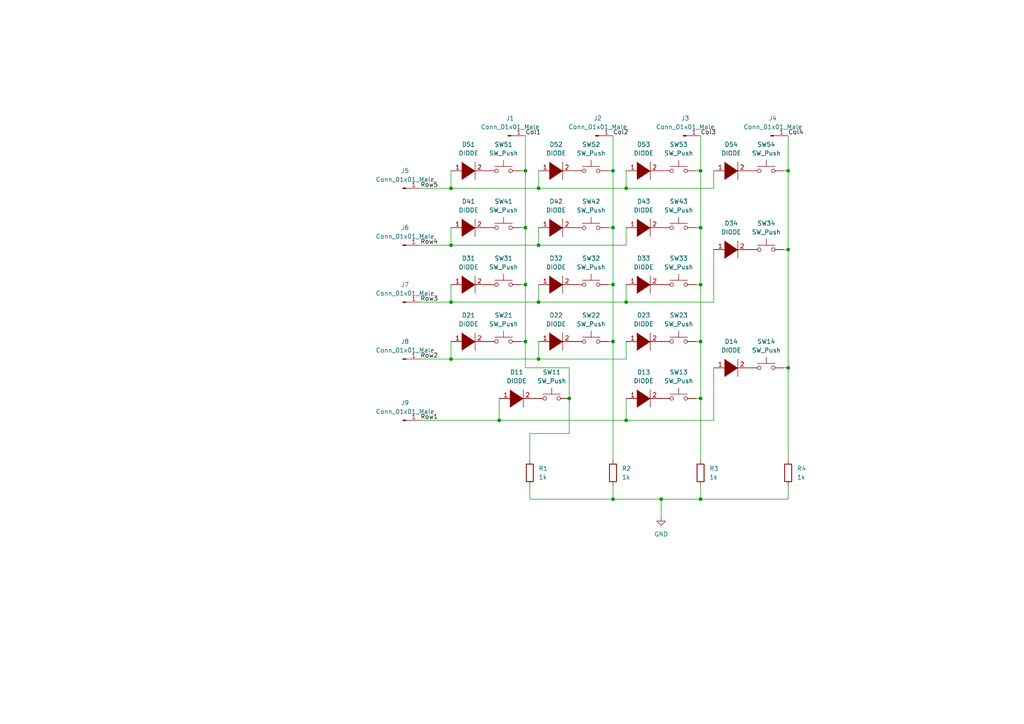
<source format=kicad_sch>
(kicad_sch (version 20211123) (generator eeschema)

  (uuid 1aba87f5-7751-4be0-b597-73a1c5598236)

  (paper "A4")

  (lib_symbols
    (symbol "Connector:Conn_01x01_Male" (pin_names (offset 1.016) hide) (in_bom yes) (on_board yes)
      (property "Reference" "J" (id 0) (at 0 2.54 0)
        (effects (font (size 1.27 1.27)))
      )
      (property "Value" "Conn_01x01_Male" (id 1) (at 0 -2.54 0)
        (effects (font (size 1.27 1.27)))
      )
      (property "Footprint" "" (id 2) (at 0 0 0)
        (effects (font (size 1.27 1.27)) hide)
      )
      (property "Datasheet" "~" (id 3) (at 0 0 0)
        (effects (font (size 1.27 1.27)) hide)
      )
      (property "ki_keywords" "connector" (id 4) (at 0 0 0)
        (effects (font (size 1.27 1.27)) hide)
      )
      (property "ki_description" "Generic connector, single row, 01x01, script generated (kicad-library-utils/schlib/autogen/connector/)" (id 5) (at 0 0 0)
        (effects (font (size 1.27 1.27)) hide)
      )
      (property "ki_fp_filters" "Connector*:*" (id 6) (at 0 0 0)
        (effects (font (size 1.27 1.27)) hide)
      )
      (symbol "Conn_01x01_Male_1_1"
        (polyline
          (pts
            (xy 1.27 0)
            (xy 0.8636 0)
          )
          (stroke (width 0.1524) (type default) (color 0 0 0 0))
          (fill (type none))
        )
        (rectangle (start 0.8636 0.127) (end 0 -0.127)
          (stroke (width 0.1524) (type default) (color 0 0 0 0))
          (fill (type outline))
        )
        (pin passive line (at 5.08 0 180) (length 3.81)
          (name "Pin_1" (effects (font (size 1.27 1.27))))
          (number "1" (effects (font (size 1.27 1.27))))
        )
      )
    )
    (symbol "Device:R" (pin_numbers hide) (pin_names (offset 0)) (in_bom yes) (on_board yes)
      (property "Reference" "R" (id 0) (at 2.032 0 90)
        (effects (font (size 1.27 1.27)))
      )
      (property "Value" "R" (id 1) (at 0 0 90)
        (effects (font (size 1.27 1.27)))
      )
      (property "Footprint" "" (id 2) (at -1.778 0 90)
        (effects (font (size 1.27 1.27)) hide)
      )
      (property "Datasheet" "~" (id 3) (at 0 0 0)
        (effects (font (size 1.27 1.27)) hide)
      )
      (property "ki_keywords" "R res resistor" (id 4) (at 0 0 0)
        (effects (font (size 1.27 1.27)) hide)
      )
      (property "ki_description" "Resistor" (id 5) (at 0 0 0)
        (effects (font (size 1.27 1.27)) hide)
      )
      (property "ki_fp_filters" "R_*" (id 6) (at 0 0 0)
        (effects (font (size 1.27 1.27)) hide)
      )
      (symbol "R_0_1"
        (rectangle (start -1.016 -2.54) (end 1.016 2.54)
          (stroke (width 0.254) (type default) (color 0 0 0 0))
          (fill (type none))
        )
      )
      (symbol "R_1_1"
        (pin passive line (at 0 3.81 270) (length 1.27)
          (name "~" (effects (font (size 1.27 1.27))))
          (number "1" (effects (font (size 1.27 1.27))))
        )
        (pin passive line (at 0 -3.81 90) (length 1.27)
          (name "~" (effects (font (size 1.27 1.27))))
          (number "2" (effects (font (size 1.27 1.27))))
        )
      )
    )
    (symbol "Switch:SW_Push" (pin_numbers hide) (pin_names (offset 1.016) hide) (in_bom yes) (on_board yes)
      (property "Reference" "SW" (id 0) (at 1.27 2.54 0)
        (effects (font (size 1.27 1.27)) (justify left))
      )
      (property "Value" "SW_Push" (id 1) (at 0 -1.524 0)
        (effects (font (size 1.27 1.27)))
      )
      (property "Footprint" "" (id 2) (at 0 5.08 0)
        (effects (font (size 1.27 1.27)) hide)
      )
      (property "Datasheet" "~" (id 3) (at 0 5.08 0)
        (effects (font (size 1.27 1.27)) hide)
      )
      (property "ki_keywords" "switch normally-open pushbutton push-button" (id 4) (at 0 0 0)
        (effects (font (size 1.27 1.27)) hide)
      )
      (property "ki_description" "Push button switch, generic, two pins" (id 5) (at 0 0 0)
        (effects (font (size 1.27 1.27)) hide)
      )
      (symbol "SW_Push_0_1"
        (circle (center -2.032 0) (radius 0.508)
          (stroke (width 0) (type default) (color 0 0 0 0))
          (fill (type none))
        )
        (polyline
          (pts
            (xy 0 1.27)
            (xy 0 3.048)
          )
          (stroke (width 0) (type default) (color 0 0 0 0))
          (fill (type none))
        )
        (polyline
          (pts
            (xy 2.54 1.27)
            (xy -2.54 1.27)
          )
          (stroke (width 0) (type default) (color 0 0 0 0))
          (fill (type none))
        )
        (circle (center 2.032 0) (radius 0.508)
          (stroke (width 0) (type default) (color 0 0 0 0))
          (fill (type none))
        )
        (pin passive line (at -5.08 0 0) (length 2.54)
          (name "1" (effects (font (size 1.27 1.27))))
          (number "1" (effects (font (size 1.27 1.27))))
        )
        (pin passive line (at 5.08 0 180) (length 2.54)
          (name "2" (effects (font (size 1.27 1.27))))
          (number "2" (effects (font (size 1.27 1.27))))
        )
      )
    )
    (symbol "power:GND" (power) (pin_names (offset 0)) (in_bom yes) (on_board yes)
      (property "Reference" "#PWR" (id 0) (at 0 -6.35 0)
        (effects (font (size 1.27 1.27)) hide)
      )
      (property "Value" "GND" (id 1) (at 0 -3.81 0)
        (effects (font (size 1.27 1.27)))
      )
      (property "Footprint" "" (id 2) (at 0 0 0)
        (effects (font (size 1.27 1.27)) hide)
      )
      (property "Datasheet" "" (id 3) (at 0 0 0)
        (effects (font (size 1.27 1.27)) hide)
      )
      (property "ki_keywords" "power-flag" (id 4) (at 0 0 0)
        (effects (font (size 1.27 1.27)) hide)
      )
      (property "ki_description" "Power symbol creates a global label with name \"GND\" , ground" (id 5) (at 0 0 0)
        (effects (font (size 1.27 1.27)) hide)
      )
      (symbol "GND_0_1"
        (polyline
          (pts
            (xy 0 0)
            (xy 0 -1.27)
            (xy 1.27 -1.27)
            (xy 0 -2.54)
            (xy -1.27 -1.27)
            (xy 0 -1.27)
          )
          (stroke (width 0) (type default) (color 0 0 0 0))
          (fill (type none))
        )
      )
      (symbol "GND_1_1"
        (pin power_in line (at 0 0 270) (length 0) hide
          (name "GND" (effects (font (size 1.27 1.27))))
          (number "1" (effects (font (size 1.27 1.27))))
        )
      )
    )
    (symbol "pspice:DIODE" (pin_names (offset 1.016) hide) (in_bom yes) (on_board yes)
      (property "Reference" "D" (id 0) (at 0 3.81 0)
        (effects (font (size 1.27 1.27)))
      )
      (property "Value" "DIODE" (id 1) (at 0 -4.445 0)
        (effects (font (size 1.27 1.27)))
      )
      (property "Footprint" "" (id 2) (at 0 0 0)
        (effects (font (size 1.27 1.27)) hide)
      )
      (property "Datasheet" "~" (id 3) (at 0 0 0)
        (effects (font (size 1.27 1.27)) hide)
      )
      (property "ki_keywords" "simulation" (id 4) (at 0 0 0)
        (effects (font (size 1.27 1.27)) hide)
      )
      (property "ki_description" "Diode symbol for simulation only. Pin order incompatible with official kicad footprints" (id 5) (at 0 0 0)
        (effects (font (size 1.27 1.27)) hide)
      )
      (symbol "DIODE_0_1"
        (polyline
          (pts
            (xy 1.905 2.54)
            (xy 1.905 -2.54)
          )
          (stroke (width 0) (type default) (color 0 0 0 0))
          (fill (type none))
        )
        (polyline
          (pts
            (xy -1.905 2.54)
            (xy -1.905 -2.54)
            (xy 1.905 0)
          )
          (stroke (width 0) (type default) (color 0 0 0 0))
          (fill (type outline))
        )
      )
      (symbol "DIODE_1_1"
        (pin input line (at -5.08 0 0) (length 3.81)
          (name "K" (effects (font (size 1.27 1.27))))
          (number "1" (effects (font (size 1.27 1.27))))
        )
        (pin input line (at 5.08 0 180) (length 3.81)
          (name "A" (effects (font (size 1.27 1.27))))
          (number "2" (effects (font (size 1.27 1.27))))
        )
      )
    )
  )

  (junction (at 203.2 144.78) (diameter 0) (color 0 0 0 0)
    (uuid 002cd87a-db24-4487-b6a4-fabb0d44e361)
  )
  (junction (at 144.78 121.92) (diameter 0) (color 0 0 0 0)
    (uuid 067ec9db-bf43-4eb8-806d-0085c691296d)
  )
  (junction (at 181.61 121.92) (diameter 0) (color 0 0 0 0)
    (uuid 18fe753d-17f4-4eb8-8cde-28f1112f93c3)
  )
  (junction (at 177.8 66.04) (diameter 0) (color 0 0 0 0)
    (uuid 2b498836-838b-4c57-8fb4-88dbab659fbd)
  )
  (junction (at 156.21 104.14) (diameter 0) (color 0 0 0 0)
    (uuid 3d604944-2fa2-499e-a15c-914721e0a62f)
  )
  (junction (at 181.61 54.61) (diameter 0) (color 0 0 0 0)
    (uuid 40c3605b-2ff8-4d05-9d96-928ce2ca1b3f)
  )
  (junction (at 130.81 104.14) (diameter 0) (color 0 0 0 0)
    (uuid 420a54be-bb22-4761-90c7-8e9261ec30d7)
  )
  (junction (at 152.4 66.04) (diameter 0) (color 0 0 0 0)
    (uuid 5e6c0a7b-f3af-477a-b7a7-d36743f48e5a)
  )
  (junction (at 130.81 87.63) (diameter 0) (color 0 0 0 0)
    (uuid 680a4773-1fca-44ad-9986-38683ca39c7e)
  )
  (junction (at 228.6 72.39) (diameter 0) (color 0 0 0 0)
    (uuid 6c066a84-5384-42d8-8d76-33e831dc2a4c)
  )
  (junction (at 181.61 87.63) (diameter 0) (color 0 0 0 0)
    (uuid 70599e6e-5a0c-4955-a68c-85bbc4d71a88)
  )
  (junction (at 228.6 106.68) (diameter 0) (color 0 0 0 0)
    (uuid 70917432-04a4-4e0f-bda7-915eb3e35926)
  )
  (junction (at 203.2 82.55) (diameter 0) (color 0 0 0 0)
    (uuid 716409f4-9b2e-428d-a70c-45f41e92e66e)
  )
  (junction (at 177.8 99.06) (diameter 0) (color 0 0 0 0)
    (uuid a0e5a418-73cd-4945-ae9b-0c7bad2c2258)
  )
  (junction (at 130.81 54.61) (diameter 0) (color 0 0 0 0)
    (uuid a1e51355-c9ba-43db-8bce-cd9e8a748949)
  )
  (junction (at 191.77 144.78) (diameter 0) (color 0 0 0 0)
    (uuid aacaaeac-0e76-4bb4-820a-6b154cf61f9c)
  )
  (junction (at 177.8 144.78) (diameter 0) (color 0 0 0 0)
    (uuid bd604e31-aa6d-4105-92b8-23c789c5ec27)
  )
  (junction (at 177.8 82.55) (diameter 0) (color 0 0 0 0)
    (uuid be74f07b-3358-4dd1-83f7-60dfd1d725fc)
  )
  (junction (at 203.2 49.53) (diameter 0) (color 0 0 0 0)
    (uuid c5f2e02c-de91-4419-9486-f1e13b942eec)
  )
  (junction (at 228.6 49.53) (diameter 0) (color 0 0 0 0)
    (uuid cae46804-a7be-4850-af77-48f233209af3)
  )
  (junction (at 203.2 99.06) (diameter 0) (color 0 0 0 0)
    (uuid ccdd1ad9-f8ed-4e12-9d9d-2178336d37c4)
  )
  (junction (at 130.81 71.12) (diameter 0) (color 0 0 0 0)
    (uuid d4e6978b-59b6-43a7-bde2-014f552bd4f4)
  )
  (junction (at 177.8 49.53) (diameter 0) (color 0 0 0 0)
    (uuid d75d51e4-89b2-421a-a18f-587863000468)
  )
  (junction (at 152.4 49.53) (diameter 0) (color 0 0 0 0)
    (uuid e0dd46fa-cf9f-4eff-90af-48157c741a32)
  )
  (junction (at 165.1 115.57) (diameter 0) (color 0 0 0 0)
    (uuid e27b047e-496d-469b-9a2c-3fc6acfb5d33)
  )
  (junction (at 156.21 54.61) (diameter 0) (color 0 0 0 0)
    (uuid e4a1cf3e-3995-4289-81f0-42a9231594dc)
  )
  (junction (at 156.21 87.63) (diameter 0) (color 0 0 0 0)
    (uuid e6e57c95-2186-4a84-a20e-d85d38e13c11)
  )
  (junction (at 152.4 99.06) (diameter 0) (color 0 0 0 0)
    (uuid e6fce3a6-9f03-4d55-8c9e-49e0b2c8aa29)
  )
  (junction (at 156.21 71.12) (diameter 0) (color 0 0 0 0)
    (uuid e8a1b6b5-8fa2-4e0b-9aaf-71dc4de0ed25)
  )
  (junction (at 203.2 115.57) (diameter 0) (color 0 0 0 0)
    (uuid ea622ccb-f4d8-4354-b1ac-d3d7890d1777)
  )
  (junction (at 152.4 82.55) (diameter 0) (color 0 0 0 0)
    (uuid eea74865-bbd1-4287-8764-8879309645d2)
  )
  (junction (at 203.2 66.04) (diameter 0) (color 0 0 0 0)
    (uuid f32ed063-51ec-462f-b2ce-ab6b02167126)
  )

  (wire (pts (xy 181.61 115.57) (xy 181.61 121.92))
    (stroke (width 0) (type default) (color 0 0 0 0))
    (uuid 0308e639-db73-47e7-9bac-f019ceb5bffe)
  )
  (wire (pts (xy 152.4 66.04) (xy 151.13 66.04))
    (stroke (width 0) (type default) (color 0 0 0 0))
    (uuid 05a86fb0-f592-4722-9154-bec453f70e1e)
  )
  (wire (pts (xy 152.4 66.04) (xy 152.4 82.55))
    (stroke (width 0) (type default) (color 0 0 0 0))
    (uuid 21cbf1d9-d4a2-4ea2-abf7-28230da1ac02)
  )
  (wire (pts (xy 177.8 99.06) (xy 177.8 133.35))
    (stroke (width 0) (type default) (color 0 0 0 0))
    (uuid 255a6427-97d4-4431-b2c6-3165dad47355)
  )
  (wire (pts (xy 181.61 54.61) (xy 207.01 54.61))
    (stroke (width 0) (type default) (color 0 0 0 0))
    (uuid 29db2b4c-863d-4c72-8423-c640fe9a9d53)
  )
  (wire (pts (xy 130.81 66.04) (xy 130.81 71.12))
    (stroke (width 0) (type default) (color 0 0 0 0))
    (uuid 2b1c15e9-95fe-4d2c-90dd-5e5fbe199464)
  )
  (wire (pts (xy 152.4 49.53) (xy 152.4 66.04))
    (stroke (width 0) (type default) (color 0 0 0 0))
    (uuid 2b70044c-8308-465b-a2cd-378dca8bb936)
  )
  (wire (pts (xy 201.93 99.06) (xy 203.2 99.06))
    (stroke (width 0) (type default) (color 0 0 0 0))
    (uuid 2c779180-f4c6-418c-85df-e58557aaa7bb)
  )
  (wire (pts (xy 165.1 106.68) (xy 152.4 106.68))
    (stroke (width 0) (type default) (color 0 0 0 0))
    (uuid 2f1120e8-81d2-4dc5-a249-e388314f8ee4)
  )
  (wire (pts (xy 156.21 87.63) (xy 181.61 87.63))
    (stroke (width 0) (type default) (color 0 0 0 0))
    (uuid 2f57a33d-f2e5-4897-8809-12d0f61dbae9)
  )
  (wire (pts (xy 228.6 106.68) (xy 228.6 133.35))
    (stroke (width 0) (type default) (color 0 0 0 0))
    (uuid 31989d66-1fcb-40c2-800f-b52644c389f5)
  )
  (wire (pts (xy 156.21 54.61) (xy 181.61 54.61))
    (stroke (width 0) (type default) (color 0 0 0 0))
    (uuid 338e9431-ae1c-40e8-bc0d-b96643b0cec0)
  )
  (wire (pts (xy 191.77 144.78) (xy 191.77 149.86))
    (stroke (width 0) (type default) (color 0 0 0 0))
    (uuid 367dfda8-7353-4f60-8f94-a19ca3b34912)
  )
  (wire (pts (xy 203.2 82.55) (xy 203.2 99.06))
    (stroke (width 0) (type default) (color 0 0 0 0))
    (uuid 3c6c9bd8-0ffe-4cd6-be82-629e40dd418f)
  )
  (wire (pts (xy 228.6 39.37) (xy 228.6 49.53))
    (stroke (width 0) (type default) (color 0 0 0 0))
    (uuid 4124589f-8de4-401b-a74a-6dcafad625bd)
  )
  (wire (pts (xy 153.67 140.97) (xy 153.67 144.78))
    (stroke (width 0) (type default) (color 0 0 0 0))
    (uuid 42db96a7-7cc4-4667-a6f3-4bd31d726afc)
  )
  (wire (pts (xy 121.92 71.12) (xy 130.81 71.12))
    (stroke (width 0) (type default) (color 0 0 0 0))
    (uuid 48736c97-4707-427f-9e3b-b3aa2fdae528)
  )
  (wire (pts (xy 144.78 121.92) (xy 181.61 121.92))
    (stroke (width 0) (type default) (color 0 0 0 0))
    (uuid 4af7fdfc-30e3-4a0f-b8db-174c13cd194f)
  )
  (wire (pts (xy 227.33 72.39) (xy 228.6 72.39))
    (stroke (width 0) (type default) (color 0 0 0 0))
    (uuid 51cc1f5a-3ea3-4936-a394-a0d06ff3bcd6)
  )
  (wire (pts (xy 228.6 144.78) (xy 228.6 140.97))
    (stroke (width 0) (type default) (color 0 0 0 0))
    (uuid 522e2406-87df-431d-90d7-ef3cd6cfd906)
  )
  (wire (pts (xy 181.61 49.53) (xy 181.61 54.61))
    (stroke (width 0) (type default) (color 0 0 0 0))
    (uuid 539ca6a9-f8db-4ee1-ba1a-9accefa018c3)
  )
  (wire (pts (xy 152.4 49.53) (xy 151.13 49.53))
    (stroke (width 0) (type default) (color 0 0 0 0))
    (uuid 56f5d986-f5ed-4f8d-8de4-fc9d2e3c0f67)
  )
  (wire (pts (xy 227.33 49.53) (xy 228.6 49.53))
    (stroke (width 0) (type default) (color 0 0 0 0))
    (uuid 57bc0197-6770-48a9-9b9d-9887ac8665df)
  )
  (wire (pts (xy 152.4 82.55) (xy 152.4 99.06))
    (stroke (width 0) (type default) (color 0 0 0 0))
    (uuid 57d025e7-6654-45b4-ae2e-90a226f28787)
  )
  (wire (pts (xy 203.2 140.97) (xy 203.2 144.78))
    (stroke (width 0) (type default) (color 0 0 0 0))
    (uuid 588ba162-98c9-49ed-9f4e-c89c78d11642)
  )
  (wire (pts (xy 152.4 82.55) (xy 151.13 82.55))
    (stroke (width 0) (type default) (color 0 0 0 0))
    (uuid 5af768c9-577a-43b1-ba3c-4fdd05085684)
  )
  (wire (pts (xy 227.33 106.68) (xy 228.6 106.68))
    (stroke (width 0) (type default) (color 0 0 0 0))
    (uuid 5f0a90c5-46fd-4a32-8365-ac8dfda47ec5)
  )
  (wire (pts (xy 203.2 39.37) (xy 203.2 49.53))
    (stroke (width 0) (type default) (color 0 0 0 0))
    (uuid 6285acbf-261e-45ee-820f-5235dc81a159)
  )
  (wire (pts (xy 201.93 49.53) (xy 203.2 49.53))
    (stroke (width 0) (type default) (color 0 0 0 0))
    (uuid 6a60f002-17a2-4dc2-8d73-2e7a1ade36dc)
  )
  (wire (pts (xy 130.81 82.55) (xy 130.81 87.63))
    (stroke (width 0) (type default) (color 0 0 0 0))
    (uuid 6ab83ef8-1c47-4fb9-96b4-3cfefa3bf5c1)
  )
  (wire (pts (xy 181.61 82.55) (xy 181.61 87.63))
    (stroke (width 0) (type default) (color 0 0 0 0))
    (uuid 72a899e7-cf78-4275-b6eb-26ca342d2479)
  )
  (wire (pts (xy 121.92 121.92) (xy 144.78 121.92))
    (stroke (width 0) (type default) (color 0 0 0 0))
    (uuid 736e663d-56f3-4374-8165-76507177077d)
  )
  (wire (pts (xy 121.92 87.63) (xy 130.81 87.63))
    (stroke (width 0) (type default) (color 0 0 0 0))
    (uuid 74c55023-f54c-499d-bfc6-5f2c628b7b42)
  )
  (wire (pts (xy 153.67 144.78) (xy 177.8 144.78))
    (stroke (width 0) (type default) (color 0 0 0 0))
    (uuid 775e2ad6-8aa5-46db-8f28-7787a94fded4)
  )
  (wire (pts (xy 177.8 140.97) (xy 177.8 144.78))
    (stroke (width 0) (type default) (color 0 0 0 0))
    (uuid 79b8a3ea-b143-4d41-beb6-54255f757662)
  )
  (wire (pts (xy 130.81 104.14) (xy 156.21 104.14))
    (stroke (width 0) (type default) (color 0 0 0 0))
    (uuid 7b7a776c-fd74-48f1-b9e2-fef859ce1f98)
  )
  (wire (pts (xy 207.01 49.53) (xy 207.01 54.61))
    (stroke (width 0) (type default) (color 0 0 0 0))
    (uuid 84e54ea9-cf87-4af7-8eac-fd100d514d1f)
  )
  (wire (pts (xy 156.21 66.04) (xy 156.21 71.12))
    (stroke (width 0) (type default) (color 0 0 0 0))
    (uuid 8502cf79-3afc-4962-9ba0-6dddf5d24553)
  )
  (wire (pts (xy 152.4 39.37) (xy 152.4 49.53))
    (stroke (width 0) (type default) (color 0 0 0 0))
    (uuid 87676b1f-b959-4c14-a3de-65a47b867ce9)
  )
  (wire (pts (xy 177.8 39.37) (xy 177.8 49.53))
    (stroke (width 0) (type default) (color 0 0 0 0))
    (uuid 8e3c6af0-cc8c-4a7a-b216-d22129df5540)
  )
  (wire (pts (xy 165.1 115.57) (xy 165.1 106.68))
    (stroke (width 0) (type default) (color 0 0 0 0))
    (uuid 908ad651-92be-4dd9-95a1-16dc800e4ac8)
  )
  (wire (pts (xy 201.93 66.04) (xy 203.2 66.04))
    (stroke (width 0) (type default) (color 0 0 0 0))
    (uuid 955f9a1a-fba5-4c96-ae49-d749b1106d26)
  )
  (wire (pts (xy 130.81 54.61) (xy 156.21 54.61))
    (stroke (width 0) (type default) (color 0 0 0 0))
    (uuid 97040fff-3461-4023-97f2-43244f49c4e9)
  )
  (wire (pts (xy 130.81 49.53) (xy 130.81 54.61))
    (stroke (width 0) (type default) (color 0 0 0 0))
    (uuid 98cc9bb7-a6bb-4cad-bced-cd34a966891d)
  )
  (wire (pts (xy 156.21 71.12) (xy 181.61 71.12))
    (stroke (width 0) (type default) (color 0 0 0 0))
    (uuid 9af6351c-8f73-4aae-b4fb-f81476b0df83)
  )
  (wire (pts (xy 176.53 49.53) (xy 177.8 49.53))
    (stroke (width 0) (type default) (color 0 0 0 0))
    (uuid 9b3939b7-5b43-4a45-9626-4ce10ad4fac1)
  )
  (wire (pts (xy 153.67 125.73) (xy 153.67 133.35))
    (stroke (width 0) (type default) (color 0 0 0 0))
    (uuid a059908a-eceb-4561-b584-9bd3a52fd4cc)
  )
  (wire (pts (xy 228.6 49.53) (xy 228.6 72.39))
    (stroke (width 0) (type default) (color 0 0 0 0))
    (uuid a4ff33a2-e66f-42d0-a068-52d58e556b91)
  )
  (wire (pts (xy 181.61 87.63) (xy 207.01 87.63))
    (stroke (width 0) (type default) (color 0 0 0 0))
    (uuid a6fcf20c-1445-49b1-b5cb-f12827a4430d)
  )
  (wire (pts (xy 177.8 49.53) (xy 177.8 66.04))
    (stroke (width 0) (type default) (color 0 0 0 0))
    (uuid a901c2d1-4b1b-4600-bbee-3dd1ce03c9d8)
  )
  (wire (pts (xy 156.21 104.14) (xy 181.61 104.14))
    (stroke (width 0) (type default) (color 0 0 0 0))
    (uuid aa298bf7-69f4-4fad-8bcc-08b418c2c8a9)
  )
  (wire (pts (xy 152.4 99.06) (xy 151.13 99.06))
    (stroke (width 0) (type default) (color 0 0 0 0))
    (uuid aa32cf33-4860-494b-9963-41bfc7161551)
  )
  (wire (pts (xy 177.8 66.04) (xy 177.8 82.55))
    (stroke (width 0) (type default) (color 0 0 0 0))
    (uuid ad012a82-5631-4e51-b1ca-a1721624707a)
  )
  (wire (pts (xy 165.1 115.57) (xy 165.1 125.73))
    (stroke (width 0) (type default) (color 0 0 0 0))
    (uuid af8f851a-5e79-40b3-b0d8-9156270765e3)
  )
  (wire (pts (xy 207.01 106.68) (xy 207.01 121.92))
    (stroke (width 0) (type default) (color 0 0 0 0))
    (uuid b57ec0c9-95c4-4650-8d3e-1907bbf58e99)
  )
  (wire (pts (xy 130.81 87.63) (xy 156.21 87.63))
    (stroke (width 0) (type default) (color 0 0 0 0))
    (uuid b645df3e-0b91-45b1-ac10-f994c921d89a)
  )
  (wire (pts (xy 203.2 144.78) (xy 228.6 144.78))
    (stroke (width 0) (type default) (color 0 0 0 0))
    (uuid b788d5bb-ce30-4017-a122-443687913e47)
  )
  (wire (pts (xy 130.81 99.06) (xy 130.81 104.14))
    (stroke (width 0) (type default) (color 0 0 0 0))
    (uuid b843bfac-d45d-41ca-9ba2-42fdb3bb0a72)
  )
  (wire (pts (xy 228.6 72.39) (xy 228.6 106.68))
    (stroke (width 0) (type default) (color 0 0 0 0))
    (uuid b8774486-c072-4430-a992-9262e4742a46)
  )
  (wire (pts (xy 156.21 49.53) (xy 156.21 54.61))
    (stroke (width 0) (type default) (color 0 0 0 0))
    (uuid b882c3b8-32d7-4ac3-a40a-8efaa46e4b01)
  )
  (wire (pts (xy 181.61 99.06) (xy 181.61 104.14))
    (stroke (width 0) (type default) (color 0 0 0 0))
    (uuid b91261c9-ce89-4db2-82d0-b5e91ec6d31e)
  )
  (wire (pts (xy 176.53 66.04) (xy 177.8 66.04))
    (stroke (width 0) (type default) (color 0 0 0 0))
    (uuid ba85a3d9-9aac-424e-ad40-1f63df9a095b)
  )
  (wire (pts (xy 203.2 115.57) (xy 203.2 133.35))
    (stroke (width 0) (type default) (color 0 0 0 0))
    (uuid bdc3df5b-23a5-49b3-9f09-a01309bb1548)
  )
  (wire (pts (xy 130.81 71.12) (xy 156.21 71.12))
    (stroke (width 0) (type default) (color 0 0 0 0))
    (uuid c8e62e1c-a0df-479f-abc4-c4e23cd95100)
  )
  (wire (pts (xy 121.92 54.61) (xy 130.81 54.61))
    (stroke (width 0) (type default) (color 0 0 0 0))
    (uuid cfbcd89e-64a0-4d0d-a3a3-c45cf2ae1dc5)
  )
  (wire (pts (xy 203.2 66.04) (xy 203.2 82.55))
    (stroke (width 0) (type default) (color 0 0 0 0))
    (uuid d090fa1c-9005-4897-98ea-cab5c8b7c05a)
  )
  (wire (pts (xy 201.93 82.55) (xy 203.2 82.55))
    (stroke (width 0) (type default) (color 0 0 0 0))
    (uuid d0bbf3cd-81d2-4e7f-9be0-ecc5d4858e9c)
  )
  (wire (pts (xy 176.53 99.06) (xy 177.8 99.06))
    (stroke (width 0) (type default) (color 0 0 0 0))
    (uuid d18cd381-2bd9-4f71-8728-ebd77229a3a4)
  )
  (wire (pts (xy 191.77 144.78) (xy 203.2 144.78))
    (stroke (width 0) (type default) (color 0 0 0 0))
    (uuid d2b357ee-81a8-4350-a898-e76601a322b8)
  )
  (wire (pts (xy 203.2 49.53) (xy 203.2 66.04))
    (stroke (width 0) (type default) (color 0 0 0 0))
    (uuid d566dce0-70a4-4a14-ad1e-8ebe60f424e5)
  )
  (wire (pts (xy 181.61 66.04) (xy 181.61 71.12))
    (stroke (width 0) (type default) (color 0 0 0 0))
    (uuid d5ba8670-360c-4bd2-91e1-88f435fca9e6)
  )
  (wire (pts (xy 177.8 144.78) (xy 191.77 144.78))
    (stroke (width 0) (type default) (color 0 0 0 0))
    (uuid d66544de-72c3-4934-a062-9a32ab29260d)
  )
  (wire (pts (xy 207.01 72.39) (xy 207.01 87.63))
    (stroke (width 0) (type default) (color 0 0 0 0))
    (uuid dbb988df-259f-4b9b-a2bb-f095b2031708)
  )
  (wire (pts (xy 165.1 125.73) (xy 153.67 125.73))
    (stroke (width 0) (type default) (color 0 0 0 0))
    (uuid decd55e0-4091-4cdc-a117-90cc3e6fc676)
  )
  (wire (pts (xy 201.93 115.57) (xy 203.2 115.57))
    (stroke (width 0) (type default) (color 0 0 0 0))
    (uuid e076ba63-d3f8-4009-aa46-bf1f84f4a09c)
  )
  (wire (pts (xy 144.78 115.57) (xy 144.78 121.92))
    (stroke (width 0) (type default) (color 0 0 0 0))
    (uuid e958a866-a942-40a8-bb2f-4b91661843e4)
  )
  (wire (pts (xy 181.61 121.92) (xy 207.01 121.92))
    (stroke (width 0) (type default) (color 0 0 0 0))
    (uuid ed937379-5ff2-4204-940a-b0a2b0fb587b)
  )
  (wire (pts (xy 156.21 82.55) (xy 156.21 87.63))
    (stroke (width 0) (type default) (color 0 0 0 0))
    (uuid edde5b06-8b18-48a9-8c2b-0ec3b1a075be)
  )
  (wire (pts (xy 177.8 82.55) (xy 177.8 99.06))
    (stroke (width 0) (type default) (color 0 0 0 0))
    (uuid ee9deb53-b5a7-4965-ac84-7f844184f892)
  )
  (wire (pts (xy 176.53 82.55) (xy 177.8 82.55))
    (stroke (width 0) (type default) (color 0 0 0 0))
    (uuid ef5f20f1-d982-4a63-8f20-77c24c4a4d2d)
  )
  (wire (pts (xy 203.2 99.06) (xy 203.2 115.57))
    (stroke (width 0) (type default) (color 0 0 0 0))
    (uuid f1ca81d9-ea63-4210-b299-a6c2a11c69c6)
  )
  (wire (pts (xy 121.92 104.14) (xy 130.81 104.14))
    (stroke (width 0) (type default) (color 0 0 0 0))
    (uuid f25f7238-423e-40f8-ae4d-0540b15463c3)
  )
  (wire (pts (xy 152.4 106.68) (xy 152.4 99.06))
    (stroke (width 0) (type default) (color 0 0 0 0))
    (uuid f26a0262-00f5-42d8-9adc-db91ebc915c7)
  )
  (wire (pts (xy 156.21 99.06) (xy 156.21 104.14))
    (stroke (width 0) (type default) (color 0 0 0 0))
    (uuid ffc1d8d5-ed92-48d5-b931-4a5e67210e05)
  )

  (label "Row2" (at 121.92 104.14 0)
    (effects (font (size 1.27 1.27)) (justify left bottom))
    (uuid 0d38ea82-9f28-444d-868b-48f66ff7dc10)
  )
  (label "Col3" (at 203.2 39.37 0)
    (effects (font (size 1.27 1.27)) (justify left bottom))
    (uuid 5daabd2e-cbca-4815-88da-6bd7723d52a7)
  )
  (label "Row3" (at 121.92 87.63 0)
    (effects (font (size 1.27 1.27)) (justify left bottom))
    (uuid 6488f31c-aced-4e3e-b37f-a051d57228a8)
  )
  (label "Row4" (at 121.92 71.12 0)
    (effects (font (size 1.27 1.27)) (justify left bottom))
    (uuid 7083624f-d338-4bf8-bda1-0a0dea78f414)
  )
  (label "Col1" (at 152.4 39.37 0)
    (effects (font (size 1.27 1.27)) (justify left bottom))
    (uuid a7daf142-df57-4fc8-bcf3-caeb13771d10)
  )
  (label "Col4" (at 228.6 39.37 0)
    (effects (font (size 1.27 1.27)) (justify left bottom))
    (uuid c3a4ef5e-265f-4b8b-b8db-7a1cd2f4fb07)
  )
  (label "Row5" (at 121.92 54.61 0)
    (effects (font (size 1.27 1.27)) (justify left bottom))
    (uuid c704b753-cead-4721-9e89-25ef13409c40)
  )
  (label "Row1" (at 121.92 121.92 0)
    (effects (font (size 1.27 1.27)) (justify left bottom))
    (uuid c92935fb-7eee-4a5a-87b4-1c1a10fbdec9)
  )
  (label "Col2" (at 177.8 39.37 0)
    (effects (font (size 1.27 1.27)) (justify left bottom))
    (uuid e00f86bc-86cf-4cbc-9e35-cb0fcfa2897b)
  )

  (symbol (lib_id "Connector:Conn_01x01_Male") (at 116.84 87.63 0) (unit 1)
    (in_bom yes) (on_board yes) (fields_autoplaced)
    (uuid 01a19697-1787-44f1-b107-b6569570ef96)
    (property "Reference" "J7" (id 0) (at 117.475 82.55 0))
    (property "Value" "" (id 1) (at 117.475 85.09 0))
    (property "Footprint" "" (id 2) (at 116.84 87.63 0)
      (effects (font (size 1.27 1.27)) hide)
    )
    (property "Datasheet" "~" (id 3) (at 116.84 87.63 0)
      (effects (font (size 1.27 1.27)) hide)
    )
    (pin "1" (uuid 57d94033-126d-420d-8b3a-9b7fbf7eeca1))
  )

  (symbol (lib_id "Switch:SW_Push") (at 171.45 66.04 0) (mirror y) (unit 1)
    (in_bom yes) (on_board yes) (fields_autoplaced)
    (uuid 05dc74ad-d264-4763-bf5f-934d030cafa2)
    (property "Reference" "SW42" (id 0) (at 171.45 58.42 0))
    (property "Value" "SW_Push" (id 1) (at 171.45 60.96 0))
    (property "Footprint" "Button_Switch_Keyboard:SW_Cherry_MX_1.00u_PCB" (id 2) (at 171.45 60.96 0)
      (effects (font (size 1.27 1.27)) hide)
    )
    (property "Datasheet" "~" (id 3) (at 171.45 60.96 0)
      (effects (font (size 1.27 1.27)) hide)
    )
    (pin "1" (uuid 878d95d0-375a-4e67-b5bb-cb0cea2baaf4))
    (pin "2" (uuid 7ba0dd6d-c479-4dfc-8250-65572cde8b1f))
  )

  (symbol (lib_id "Switch:SW_Push") (at 196.85 99.06 0) (mirror y) (unit 1)
    (in_bom yes) (on_board yes) (fields_autoplaced)
    (uuid 13ccfd87-f7ed-4d7e-94a5-896d2589ffb8)
    (property "Reference" "SW23" (id 0) (at 196.85 91.44 0))
    (property "Value" "SW_Push" (id 1) (at 196.85 93.98 0))
    (property "Footprint" "Button_Switch_Keyboard:SW_Cherry_MX_1.00u_PCB" (id 2) (at 196.85 93.98 0)
      (effects (font (size 1.27 1.27)) hide)
    )
    (property "Datasheet" "~" (id 3) (at 196.85 93.98 0)
      (effects (font (size 1.27 1.27)) hide)
    )
    (pin "1" (uuid 6a5f9612-23cc-4011-85cb-876de6f12eed))
    (pin "2" (uuid 12be23f9-f502-46ea-bc49-83f436aa7da4))
  )

  (symbol (lib_id "pspice:DIODE") (at 135.89 66.04 0) (unit 1)
    (in_bom yes) (on_board yes) (fields_autoplaced)
    (uuid 171921ed-ad7b-4d9d-8199-bb91794e4fb5)
    (property "Reference" "D41" (id 0) (at 135.89 58.42 0))
    (property "Value" "DIODE" (id 1) (at 135.89 60.96 0))
    (property "Footprint" "Diode_THT:D_DO-35_SOD27_P7.62mm_Horizontal" (id 2) (at 135.89 66.04 0)
      (effects (font (size 1.27 1.27)) hide)
    )
    (property "Datasheet" "~" (id 3) (at 135.89 66.04 0)
      (effects (font (size 1.27 1.27)) hide)
    )
    (pin "1" (uuid 6a41c9b2-6b33-492f-aca4-31983a85e71b))
    (pin "2" (uuid cb62da1b-bdbe-4b19-a0a0-f71a467da135))
  )

  (symbol (lib_id "Connector:Conn_01x01_Male") (at 147.32 39.37 0) (unit 1)
    (in_bom yes) (on_board yes) (fields_autoplaced)
    (uuid 27c35e8b-315a-496f-813b-9dd8fc243144)
    (property "Reference" "J1" (id 0) (at 147.955 34.29 0))
    (property "Value" "" (id 1) (at 147.955 36.83 0))
    (property "Footprint" "" (id 2) (at 147.32 39.37 0)
      (effects (font (size 1.27 1.27)) hide)
    )
    (property "Datasheet" "~" (id 3) (at 147.32 39.37 0)
      (effects (font (size 1.27 1.27)) hide)
    )
    (pin "1" (uuid be40a792-1fff-4ce1-a6d8-41730132bad4))
  )

  (symbol (lib_id "Switch:SW_Push") (at 146.05 82.55 0) (mirror y) (unit 1)
    (in_bom yes) (on_board yes) (fields_autoplaced)
    (uuid 283b5ed6-b588-494f-9961-431e81f6c4fb)
    (property "Reference" "SW31" (id 0) (at 146.05 74.93 0))
    (property "Value" "SW_Push" (id 1) (at 146.05 77.47 0))
    (property "Footprint" "Button_Switch_Keyboard:SW_Cherry_MX_1.00u_PCB" (id 2) (at 146.05 77.47 0)
      (effects (font (size 1.27 1.27)) hide)
    )
    (property "Datasheet" "~" (id 3) (at 146.05 77.47 0)
      (effects (font (size 1.27 1.27)) hide)
    )
    (pin "1" (uuid 577ed8de-735e-4326-b50f-58f25b49a902))
    (pin "2" (uuid efc1ddc2-d456-4f0e-81e7-4ff051ea18c8))
  )

  (symbol (lib_id "Connector:Conn_01x01_Male") (at 116.84 104.14 0) (unit 1)
    (in_bom yes) (on_board yes) (fields_autoplaced)
    (uuid 2b8e8967-c886-474d-bdd5-e60203fe6e09)
    (property "Reference" "J8" (id 0) (at 117.475 99.06 0))
    (property "Value" "" (id 1) (at 117.475 101.6 0))
    (property "Footprint" "" (id 2) (at 116.84 104.14 0)
      (effects (font (size 1.27 1.27)) hide)
    )
    (property "Datasheet" "~" (id 3) (at 116.84 104.14 0)
      (effects (font (size 1.27 1.27)) hide)
    )
    (pin "1" (uuid 0087a083-865d-47a7-9b9a-20a5492d4fe3))
  )

  (symbol (lib_id "Connector:Conn_01x01_Male") (at 116.84 71.12 0) (unit 1)
    (in_bom yes) (on_board yes) (fields_autoplaced)
    (uuid 320afdcf-cb56-4ee6-a130-f010d18e4329)
    (property "Reference" "J6" (id 0) (at 117.475 66.04 0))
    (property "Value" "" (id 1) (at 117.475 68.58 0))
    (property "Footprint" "" (id 2) (at 116.84 71.12 0)
      (effects (font (size 1.27 1.27)) hide)
    )
    (property "Datasheet" "~" (id 3) (at 116.84 71.12 0)
      (effects (font (size 1.27 1.27)) hide)
    )
    (pin "1" (uuid cf4e8e3a-d27f-4432-a03f-eb71f8da5a95))
  )

  (symbol (lib_id "Connector:Conn_01x01_Male") (at 116.84 121.92 0) (unit 1)
    (in_bom yes) (on_board yes) (fields_autoplaced)
    (uuid 34d59cc1-3439-4843-a10a-71c13bc21267)
    (property "Reference" "J9" (id 0) (at 117.475 116.84 0))
    (property "Value" "" (id 1) (at 117.475 119.38 0))
    (property "Footprint" "" (id 2) (at 116.84 121.92 0)
      (effects (font (size 1.27 1.27)) hide)
    )
    (property "Datasheet" "~" (id 3) (at 116.84 121.92 0)
      (effects (font (size 1.27 1.27)) hide)
    )
    (pin "1" (uuid 8323d0bb-3091-4ce1-b1d7-48be36efc425))
  )

  (symbol (lib_id "Switch:SW_Push") (at 196.85 115.57 0) (mirror y) (unit 1)
    (in_bom yes) (on_board yes) (fields_autoplaced)
    (uuid 35720e5c-34d6-4078-8a88-e81395adb820)
    (property "Reference" "SW13" (id 0) (at 196.85 107.95 0))
    (property "Value" "SW_Push" (id 1) (at 196.85 110.49 0))
    (property "Footprint" "Button_Switch_Keyboard:SW_Cherry_MX_1.00u_PCB" (id 2) (at 196.85 110.49 0)
      (effects (font (size 1.27 1.27)) hide)
    )
    (property "Datasheet" "~" (id 3) (at 196.85 110.49 0)
      (effects (font (size 1.27 1.27)) hide)
    )
    (pin "1" (uuid e8ff72e8-701d-4ef6-b596-ff6c37c08ea7))
    (pin "2" (uuid ed0b6874-b5a3-4f8f-bc02-64abddbab240))
  )

  (symbol (lib_id "Switch:SW_Push") (at 146.05 99.06 0) (mirror y) (unit 1)
    (in_bom yes) (on_board yes) (fields_autoplaced)
    (uuid 35d59ca8-1db9-45af-9492-c27c2acb7967)
    (property "Reference" "SW21" (id 0) (at 146.05 91.44 0))
    (property "Value" "SW_Push" (id 1) (at 146.05 93.98 0))
    (property "Footprint" "Button_Switch_Keyboard:SW_Cherry_MX_1.00u_PCB" (id 2) (at 146.05 93.98 0)
      (effects (font (size 1.27 1.27)) hide)
    )
    (property "Datasheet" "~" (id 3) (at 146.05 93.98 0)
      (effects (font (size 1.27 1.27)) hide)
    )
    (pin "1" (uuid ed627b00-fb84-4b7a-9d01-9badac161dc1))
    (pin "2" (uuid efe4c8d9-cfce-4ffc-8c0e-d9d1180438e0))
  )

  (symbol (lib_id "Switch:SW_Push") (at 171.45 99.06 0) (mirror y) (unit 1)
    (in_bom yes) (on_board yes) (fields_autoplaced)
    (uuid 3695fcbb-06f6-4ce7-a9d7-a47e3f047ac1)
    (property "Reference" "SW22" (id 0) (at 171.45 91.44 0))
    (property "Value" "SW_Push" (id 1) (at 171.45 93.98 0))
    (property "Footprint" "Button_Switch_Keyboard:SW_Cherry_MX_1.00u_PCB" (id 2) (at 171.45 93.98 0)
      (effects (font (size 1.27 1.27)) hide)
    )
    (property "Datasheet" "~" (id 3) (at 171.45 93.98 0)
      (effects (font (size 1.27 1.27)) hide)
    )
    (pin "1" (uuid b944130c-d721-418f-87d4-7aa64d1369d6))
    (pin "2" (uuid e10f253c-6bd0-435b-8ed9-fce7c2d34157))
  )

  (symbol (lib_id "Switch:SW_Push") (at 222.25 106.68 0) (mirror y) (unit 1)
    (in_bom yes) (on_board yes) (fields_autoplaced)
    (uuid 3f0f8826-aec2-4685-96e5-0413a26418ec)
    (property "Reference" "SW14" (id 0) (at 222.25 99.06 0))
    (property "Value" "SW_Push" (id 1) (at 222.25 101.6 0))
    (property "Footprint" "Button_Switch_Keyboard:SW_Cherry_MX_2.00u_Vertical_PCB" (id 2) (at 222.25 101.6 0)
      (effects (font (size 1.27 1.27)) hide)
    )
    (property "Datasheet" "~" (id 3) (at 222.25 101.6 0)
      (effects (font (size 1.27 1.27)) hide)
    )
    (pin "1" (uuid e26cb2ae-8c81-445f-a9c2-b6ed4f4364e9))
    (pin "2" (uuid c965951f-46ff-4d86-a71d-d88092c82be7))
  )

  (symbol (lib_id "Connector:Conn_01x01_Male") (at 116.84 54.61 0) (unit 1)
    (in_bom yes) (on_board yes) (fields_autoplaced)
    (uuid 3ffcbe33-f759-4920-bf46-86d583eff0ef)
    (property "Reference" "J5" (id 0) (at 117.475 49.53 0))
    (property "Value" "" (id 1) (at 117.475 52.07 0))
    (property "Footprint" "" (id 2) (at 116.84 54.61 0)
      (effects (font (size 1.27 1.27)) hide)
    )
    (property "Datasheet" "~" (id 3) (at 116.84 54.61 0)
      (effects (font (size 1.27 1.27)) hide)
    )
    (pin "1" (uuid a37c9300-3a10-4119-b330-5cdac9091091))
  )

  (symbol (lib_id "pspice:DIODE") (at 135.89 82.55 0) (unit 1)
    (in_bom yes) (on_board yes) (fields_autoplaced)
    (uuid 4c22d894-b4e9-4d31-a73a-d84c8e314114)
    (property "Reference" "D31" (id 0) (at 135.89 74.93 0))
    (property "Value" "DIODE" (id 1) (at 135.89 77.47 0))
    (property "Footprint" "Diode_THT:D_DO-35_SOD27_P7.62mm_Horizontal" (id 2) (at 135.89 82.55 0)
      (effects (font (size 1.27 1.27)) hide)
    )
    (property "Datasheet" "~" (id 3) (at 135.89 82.55 0)
      (effects (font (size 1.27 1.27)) hide)
    )
    (pin "1" (uuid c180cbd8-15ea-4890-a5c6-29a3abfc79a8))
    (pin "2" (uuid ae9d4635-5d3a-47fd-aa92-680681c2dd5b))
  )

  (symbol (lib_id "Connector:Conn_01x01_Male") (at 172.72 39.37 0) (unit 1)
    (in_bom yes) (on_board yes) (fields_autoplaced)
    (uuid 51c712eb-6513-4a0f-8db4-ad2acb415d80)
    (property "Reference" "J2" (id 0) (at 173.355 34.29 0))
    (property "Value" "" (id 1) (at 173.355 36.83 0))
    (property "Footprint" "" (id 2) (at 172.72 39.37 0)
      (effects (font (size 1.27 1.27)) hide)
    )
    (property "Datasheet" "~" (id 3) (at 172.72 39.37 0)
      (effects (font (size 1.27 1.27)) hide)
    )
    (pin "1" (uuid 4e6be61f-eaa0-45db-867d-8103ce1c52cc))
  )

  (symbol (lib_id "Switch:SW_Push") (at 222.25 49.53 0) (mirror y) (unit 1)
    (in_bom yes) (on_board yes) (fields_autoplaced)
    (uuid 5bf82533-a36c-4b2e-9b95-b44a263e865f)
    (property "Reference" "SW54" (id 0) (at 222.25 41.91 0))
    (property "Value" "SW_Push" (id 1) (at 222.25 44.45 0))
    (property "Footprint" "Button_Switch_Keyboard:SW_Cherry_MX_1.00u_PCB" (id 2) (at 222.25 44.45 0)
      (effects (font (size 1.27 1.27)) hide)
    )
    (property "Datasheet" "~" (id 3) (at 222.25 44.45 0)
      (effects (font (size 1.27 1.27)) hide)
    )
    (pin "1" (uuid 08d11461-19bd-4b86-8387-23396529e35c))
    (pin "2" (uuid 23692968-645f-4d3f-9c2b-0fab48864543))
  )

  (symbol (lib_id "power:GND") (at 191.77 149.86 0) (unit 1)
    (in_bom yes) (on_board yes) (fields_autoplaced)
    (uuid 62478058-e4e2-4dac-8c03-3386aed2d2ce)
    (property "Reference" "#PWR0101" (id 0) (at 191.77 156.21 0)
      (effects (font (size 1.27 1.27)) hide)
    )
    (property "Value" "GND" (id 1) (at 191.77 154.94 0))
    (property "Footprint" "" (id 2) (at 191.77 149.86 0)
      (effects (font (size 1.27 1.27)) hide)
    )
    (property "Datasheet" "" (id 3) (at 191.77 149.86 0)
      (effects (font (size 1.27 1.27)) hide)
    )
    (pin "1" (uuid 4f198bda-f7da-4388-a6a2-8571214d61e2))
  )

  (symbol (lib_id "pspice:DIODE") (at 186.69 99.06 0) (unit 1)
    (in_bom yes) (on_board yes) (fields_autoplaced)
    (uuid 66161da9-3c69-4fec-8c8f-0b31fb218d71)
    (property "Reference" "D23" (id 0) (at 186.69 91.44 0))
    (property "Value" "DIODE" (id 1) (at 186.69 93.98 0))
    (property "Footprint" "Diode_THT:D_DO-35_SOD27_P7.62mm_Horizontal" (id 2) (at 186.69 99.06 0)
      (effects (font (size 1.27 1.27)) hide)
    )
    (property "Datasheet" "~" (id 3) (at 186.69 99.06 0)
      (effects (font (size 1.27 1.27)) hide)
    )
    (pin "1" (uuid aad1d6c5-605e-47bd-adeb-be0163b40e11))
    (pin "2" (uuid c52d99d3-2078-46ba-97d4-33951497732a))
  )

  (symbol (lib_id "Device:R") (at 153.67 137.16 0) (unit 1)
    (in_bom yes) (on_board yes) (fields_autoplaced)
    (uuid 66e6f6f5-a734-45c2-ab76-2c5989549fee)
    (property "Reference" "R1" (id 0) (at 156.21 135.8899 0)
      (effects (font (size 1.27 1.27)) (justify left))
    )
    (property "Value" "1k" (id 1) (at 156.21 138.4299 0)
      (effects (font (size 1.27 1.27)) (justify left))
    )
    (property "Footprint" "Resistor_THT:R_Axial_DIN0207_L6.3mm_D2.5mm_P10.16mm_Horizontal" (id 2) (at 151.892 137.16 90)
      (effects (font (size 1.27 1.27)) hide)
    )
    (property "Datasheet" "~" (id 3) (at 153.67 137.16 0)
      (effects (font (size 1.27 1.27)) hide)
    )
    (pin "1" (uuid a56c73d4-ba07-4226-8fb9-4273e9e55489))
    (pin "2" (uuid 0cb15541-10c0-4104-9864-5bb3ad9f08fb))
  )

  (symbol (lib_id "Device:R") (at 177.8 137.16 0) (unit 1)
    (in_bom yes) (on_board yes) (fields_autoplaced)
    (uuid 6840db05-850f-491d-ad1c-898c5c1b0c91)
    (property "Reference" "R2" (id 0) (at 180.34 135.8899 0)
      (effects (font (size 1.27 1.27)) (justify left))
    )
    (property "Value" "1k" (id 1) (at 180.34 138.4299 0)
      (effects (font (size 1.27 1.27)) (justify left))
    )
    (property "Footprint" "Resistor_THT:R_Axial_DIN0207_L6.3mm_D2.5mm_P10.16mm_Horizontal" (id 2) (at 176.022 137.16 90)
      (effects (font (size 1.27 1.27)) hide)
    )
    (property "Datasheet" "~" (id 3) (at 177.8 137.16 0)
      (effects (font (size 1.27 1.27)) hide)
    )
    (pin "1" (uuid c34743d6-ab5b-43bf-857c-b6bd6351368c))
    (pin "2" (uuid 32bf92e2-21f8-49a3-94bd-6a082f27d932))
  )

  (symbol (lib_id "pspice:DIODE") (at 161.29 82.55 0) (unit 1)
    (in_bom yes) (on_board yes) (fields_autoplaced)
    (uuid 699f042b-afd2-41a7-9455-30073989adbc)
    (property "Reference" "D32" (id 0) (at 161.29 74.93 0))
    (property "Value" "DIODE" (id 1) (at 161.29 77.47 0))
    (property "Footprint" "Diode_THT:D_DO-35_SOD27_P7.62mm_Horizontal" (id 2) (at 161.29 82.55 0)
      (effects (font (size 1.27 1.27)) hide)
    )
    (property "Datasheet" "~" (id 3) (at 161.29 82.55 0)
      (effects (font (size 1.27 1.27)) hide)
    )
    (pin "1" (uuid e054b9a2-16bf-4552-abf2-234add4ed6e0))
    (pin "2" (uuid 8f7499ef-6de8-46a3-aefc-95327d28484d))
  )

  (symbol (lib_id "pspice:DIODE") (at 186.69 66.04 0) (unit 1)
    (in_bom yes) (on_board yes) (fields_autoplaced)
    (uuid 793886c0-fb0a-4f09-bb32-b3d19fb44ba6)
    (property "Reference" "D43" (id 0) (at 186.69 58.42 0))
    (property "Value" "DIODE" (id 1) (at 186.69 60.96 0))
    (property "Footprint" "Diode_THT:D_DO-35_SOD27_P7.62mm_Horizontal" (id 2) (at 186.69 66.04 0)
      (effects (font (size 1.27 1.27)) hide)
    )
    (property "Datasheet" "~" (id 3) (at 186.69 66.04 0)
      (effects (font (size 1.27 1.27)) hide)
    )
    (pin "1" (uuid d2adb7da-8b42-45e9-ac9e-369d4c0e27eb))
    (pin "2" (uuid f446ac51-d4ae-432e-83ee-93318c2d1e49))
  )

  (symbol (lib_id "pspice:DIODE") (at 212.09 106.68 0) (unit 1)
    (in_bom yes) (on_board yes) (fields_autoplaced)
    (uuid 83f12314-fc47-4d2e-b996-e4bee1ac07e9)
    (property "Reference" "D14" (id 0) (at 212.09 99.06 0))
    (property "Value" "DIODE" (id 1) (at 212.09 101.6 0))
    (property "Footprint" "Diode_THT:D_DO-35_SOD27_P7.62mm_Horizontal" (id 2) (at 212.09 106.68 0)
      (effects (font (size 1.27 1.27)) hide)
    )
    (property "Datasheet" "~" (id 3) (at 212.09 106.68 0)
      (effects (font (size 1.27 1.27)) hide)
    )
    (pin "1" (uuid 5692c0a0-afce-4356-a138-65e1f2857154))
    (pin "2" (uuid 68c7009a-4b5f-4416-8d0d-80ea9a1bdcd6))
  )

  (symbol (lib_id "Connector:Conn_01x01_Male") (at 198.12 39.37 0) (unit 1)
    (in_bom yes) (on_board yes) (fields_autoplaced)
    (uuid 842fa1fe-d3d9-4bc9-9e7f-83a0acac2461)
    (property "Reference" "J3" (id 0) (at 198.755 34.29 0))
    (property "Value" "" (id 1) (at 198.755 36.83 0))
    (property "Footprint" "" (id 2) (at 198.12 39.37 0)
      (effects (font (size 1.27 1.27)) hide)
    )
    (property "Datasheet" "~" (id 3) (at 198.12 39.37 0)
      (effects (font (size 1.27 1.27)) hide)
    )
    (pin "1" (uuid f4600315-2859-4100-b700-20728bd6ae90))
  )

  (symbol (lib_id "Switch:SW_Push") (at 160.02 115.57 0) (mirror y) (unit 1)
    (in_bom yes) (on_board yes) (fields_autoplaced)
    (uuid 8af952e5-4f7c-4af5-a126-40d2603f89f9)
    (property "Reference" "SW11" (id 0) (at 160.02 107.95 0))
    (property "Value" "SW_Push" (id 1) (at 160.02 110.49 0))
    (property "Footprint" "Button_Switch_Keyboard:SW_Cherry_MX_2.00u_PCB" (id 2) (at 160.02 110.49 0)
      (effects (font (size 1.27 1.27)) hide)
    )
    (property "Datasheet" "~" (id 3) (at 160.02 110.49 0)
      (effects (font (size 1.27 1.27)) hide)
    )
    (pin "1" (uuid 95e5f64e-c38a-42e7-9de6-c3a91a6dc2e5))
    (pin "2" (uuid 7ddb92cb-6fe3-4842-b451-049e9389ed25))
  )

  (symbol (lib_id "pspice:DIODE") (at 135.89 99.06 0) (unit 1)
    (in_bom yes) (on_board yes) (fields_autoplaced)
    (uuid 91a7515e-abd6-479e-931c-690a8585e1fd)
    (property "Reference" "D21" (id 0) (at 135.89 91.44 0))
    (property "Value" "DIODE" (id 1) (at 135.89 93.98 0))
    (property "Footprint" "Diode_THT:D_DO-35_SOD27_P7.62mm_Horizontal" (id 2) (at 135.89 99.06 0)
      (effects (font (size 1.27 1.27)) hide)
    )
    (property "Datasheet" "~" (id 3) (at 135.89 99.06 0)
      (effects (font (size 1.27 1.27)) hide)
    )
    (pin "1" (uuid fd64adfd-7288-4b6b-9bb3-5c28af3724d1))
    (pin "2" (uuid 1d4c8d20-67f6-4e4f-8e7c-9ac1edd3417d))
  )

  (symbol (lib_id "pspice:DIODE") (at 186.69 49.53 0) (unit 1)
    (in_bom yes) (on_board yes) (fields_autoplaced)
    (uuid 92a2f619-239f-4aa7-a686-257868f94353)
    (property "Reference" "D53" (id 0) (at 186.69 41.91 0))
    (property "Value" "DIODE" (id 1) (at 186.69 44.45 0))
    (property "Footprint" "Diode_THT:D_DO-35_SOD27_P7.62mm_Horizontal" (id 2) (at 186.69 49.53 0)
      (effects (font (size 1.27 1.27)) hide)
    )
    (property "Datasheet" "~" (id 3) (at 186.69 49.53 0)
      (effects (font (size 1.27 1.27)) hide)
    )
    (pin "1" (uuid 5a6cb1ab-2537-4492-a470-8d63e9059d07))
    (pin "2" (uuid 02e41c7f-00a9-4ea1-b79d-6dc1ae4645f4))
  )

  (symbol (lib_id "pspice:DIODE") (at 212.09 49.53 0) (unit 1)
    (in_bom yes) (on_board yes) (fields_autoplaced)
    (uuid 93da159c-f361-4bb4-95ef-6f929cbe2310)
    (property "Reference" "D54" (id 0) (at 212.09 41.91 0))
    (property "Value" "DIODE" (id 1) (at 212.09 44.45 0))
    (property "Footprint" "Diode_THT:D_DO-35_SOD27_P7.62mm_Horizontal" (id 2) (at 212.09 49.53 0)
      (effects (font (size 1.27 1.27)) hide)
    )
    (property "Datasheet" "~" (id 3) (at 212.09 49.53 0)
      (effects (font (size 1.27 1.27)) hide)
    )
    (pin "1" (uuid a6553256-323f-4f15-9414-df8976561c19))
    (pin "2" (uuid 7ff77ad0-043f-414d-a5d6-edf51d64c53f))
  )

  (symbol (lib_id "Switch:SW_Push") (at 196.85 66.04 0) (mirror y) (unit 1)
    (in_bom yes) (on_board yes) (fields_autoplaced)
    (uuid 9ebb28ef-ffc4-4ed2-805f-76802270e3a3)
    (property "Reference" "SW43" (id 0) (at 196.85 58.42 0))
    (property "Value" "SW_Push" (id 1) (at 196.85 60.96 0))
    (property "Footprint" "Button_Switch_Keyboard:SW_Cherry_MX_1.00u_PCB" (id 2) (at 196.85 60.96 0)
      (effects (font (size 1.27 1.27)) hide)
    )
    (property "Datasheet" "~" (id 3) (at 196.85 60.96 0)
      (effects (font (size 1.27 1.27)) hide)
    )
    (pin "1" (uuid edaf39f2-96ae-42d2-98c1-2cb10b7dfd12))
    (pin "2" (uuid 69cd35a4-d00f-47da-888d-bf4b6eb9bfb7))
  )

  (symbol (lib_id "pspice:DIODE") (at 135.89 49.53 0) (unit 1)
    (in_bom yes) (on_board yes) (fields_autoplaced)
    (uuid a9c96689-9bd1-4b30-b184-17b534b39ff4)
    (property "Reference" "D51" (id 0) (at 135.89 41.91 0))
    (property "Value" "DIODE" (id 1) (at 135.89 44.45 0))
    (property "Footprint" "Diode_THT:D_DO-35_SOD27_P7.62mm_Horizontal" (id 2) (at 135.89 49.53 0)
      (effects (font (size 1.27 1.27)) hide)
    )
    (property "Datasheet" "~" (id 3) (at 135.89 49.53 0)
      (effects (font (size 1.27 1.27)) hide)
    )
    (pin "1" (uuid 7220a16f-ea3c-47d1-8e76-6ec40099ac36))
    (pin "2" (uuid 6c6c3963-4cac-4fea-a66f-c74087f9e754))
  )

  (symbol (lib_id "pspice:DIODE") (at 161.29 99.06 0) (unit 1)
    (in_bom yes) (on_board yes) (fields_autoplaced)
    (uuid aab77f76-5a73-4ff9-a26f-7b2d9b65189c)
    (property "Reference" "D22" (id 0) (at 161.29 91.44 0))
    (property "Value" "DIODE" (id 1) (at 161.29 93.98 0))
    (property "Footprint" "Diode_THT:D_DO-35_SOD27_P7.62mm_Horizontal" (id 2) (at 161.29 99.06 0)
      (effects (font (size 1.27 1.27)) hide)
    )
    (property "Datasheet" "~" (id 3) (at 161.29 99.06 0)
      (effects (font (size 1.27 1.27)) hide)
    )
    (pin "1" (uuid e8840105-57f6-4066-a04b-6e09ad007963))
    (pin "2" (uuid 4c14219f-9afd-469f-840a-14ec5a4e250b))
  )

  (symbol (lib_id "Device:R") (at 203.2 137.16 0) (unit 1)
    (in_bom yes) (on_board yes) (fields_autoplaced)
    (uuid bbe8bf6d-ae3d-4224-b3cc-9564a88b6878)
    (property "Reference" "R3" (id 0) (at 205.74 135.8899 0)
      (effects (font (size 1.27 1.27)) (justify left))
    )
    (property "Value" "1k" (id 1) (at 205.74 138.4299 0)
      (effects (font (size 1.27 1.27)) (justify left))
    )
    (property "Footprint" "Resistor_THT:R_Axial_DIN0207_L6.3mm_D2.5mm_P10.16mm_Horizontal" (id 2) (at 201.422 137.16 90)
      (effects (font (size 1.27 1.27)) hide)
    )
    (property "Datasheet" "~" (id 3) (at 203.2 137.16 0)
      (effects (font (size 1.27 1.27)) hide)
    )
    (pin "1" (uuid 7e7c0070-8270-47fb-895b-686aedd14a71))
    (pin "2" (uuid ae967276-2a7a-4979-8e74-1d0b4863b81d))
  )

  (symbol (lib_id "Switch:SW_Push") (at 222.25 72.39 0) (mirror y) (unit 1)
    (in_bom yes) (on_board yes) (fields_autoplaced)
    (uuid be6f92ff-d021-48f3-b295-67363d0292d2)
    (property "Reference" "SW34" (id 0) (at 222.25 64.77 0))
    (property "Value" "SW_Push" (id 1) (at 222.25 67.31 0))
    (property "Footprint" "Button_Switch_Keyboard:SW_Cherry_MX_2.00u_Vertical_PCB" (id 2) (at 222.25 67.31 0)
      (effects (font (size 1.27 1.27)) hide)
    )
    (property "Datasheet" "~" (id 3) (at 222.25 67.31 0)
      (effects (font (size 1.27 1.27)) hide)
    )
    (pin "1" (uuid 37912c52-17d9-4a45-909e-c6790bb0a689))
    (pin "2" (uuid cdb72fd3-6093-48c7-a2ab-15f889e49b60))
  )

  (symbol (lib_id "pspice:DIODE") (at 161.29 49.53 0) (unit 1)
    (in_bom yes) (on_board yes) (fields_autoplaced)
    (uuid c5dcf5f6-ddf1-44c1-a3a0-0da13e5fd74d)
    (property "Reference" "D52" (id 0) (at 161.29 41.91 0))
    (property "Value" "DIODE" (id 1) (at 161.29 44.45 0))
    (property "Footprint" "Diode_THT:D_DO-35_SOD27_P7.62mm_Horizontal" (id 2) (at 161.29 49.53 0)
      (effects (font (size 1.27 1.27)) hide)
    )
    (property "Datasheet" "~" (id 3) (at 161.29 49.53 0)
      (effects (font (size 1.27 1.27)) hide)
    )
    (pin "1" (uuid 155e2ca4-bc0e-4286-bbbe-85a06a17cb5a))
    (pin "2" (uuid 9a22724d-c343-4a05-ba0a-0b9d4a310b4a))
  )

  (symbol (lib_id "pspice:DIODE") (at 186.69 115.57 0) (unit 1)
    (in_bom yes) (on_board yes) (fields_autoplaced)
    (uuid cb3054f0-0070-4476-8994-0c14e714251b)
    (property "Reference" "D13" (id 0) (at 186.69 107.95 0))
    (property "Value" "DIODE" (id 1) (at 186.69 110.49 0))
    (property "Footprint" "Diode_THT:D_DO-35_SOD27_P7.62mm_Horizontal" (id 2) (at 186.69 115.57 0)
      (effects (font (size 1.27 1.27)) hide)
    )
    (property "Datasheet" "~" (id 3) (at 186.69 115.57 0)
      (effects (font (size 1.27 1.27)) hide)
    )
    (pin "1" (uuid 11f94995-fd71-4a51-a0c9-7e8d28c94289))
    (pin "2" (uuid 822ca65c-9fb0-4f42-9c3d-d20c7e4b3bf3))
  )

  (symbol (lib_id "pspice:DIODE") (at 161.29 66.04 0) (unit 1)
    (in_bom yes) (on_board yes) (fields_autoplaced)
    (uuid cba612c1-d250-410c-9d23-864131868f6b)
    (property "Reference" "D42" (id 0) (at 161.29 58.42 0))
    (property "Value" "DIODE" (id 1) (at 161.29 60.96 0))
    (property "Footprint" "Diode_THT:D_DO-35_SOD27_P7.62mm_Horizontal" (id 2) (at 161.29 66.04 0)
      (effects (font (size 1.27 1.27)) hide)
    )
    (property "Datasheet" "~" (id 3) (at 161.29 66.04 0)
      (effects (font (size 1.27 1.27)) hide)
    )
    (pin "1" (uuid b057b067-8156-4332-8ebb-be48195469f9))
    (pin "2" (uuid df5c97d8-7f9f-40bf-935b-d006ff88bb21))
  )

  (symbol (lib_id "Switch:SW_Push") (at 171.45 82.55 0) (mirror y) (unit 1)
    (in_bom yes) (on_board yes) (fields_autoplaced)
    (uuid cf05308b-6bee-4202-8782-dc64626c00f2)
    (property "Reference" "SW32" (id 0) (at 171.45 74.93 0))
    (property "Value" "SW_Push" (id 1) (at 171.45 77.47 0))
    (property "Footprint" "Button_Switch_Keyboard:SW_Cherry_MX_1.00u_PCB" (id 2) (at 171.45 77.47 0)
      (effects (font (size 1.27 1.27)) hide)
    )
    (property "Datasheet" "~" (id 3) (at 171.45 77.47 0)
      (effects (font (size 1.27 1.27)) hide)
    )
    (pin "1" (uuid a519c67c-03f6-4472-9bdb-e475b85f9e25))
    (pin "2" (uuid 0e395423-8847-4abd-901a-b4638695787d))
  )

  (symbol (lib_id "Device:R") (at 228.6 137.16 0) (unit 1)
    (in_bom yes) (on_board yes) (fields_autoplaced)
    (uuid d401f6d3-2901-42b0-b3ab-584122aebc2c)
    (property "Reference" "R4" (id 0) (at 231.14 135.8899 0)
      (effects (font (size 1.27 1.27)) (justify left))
    )
    (property "Value" "1k" (id 1) (at 231.14 138.4299 0)
      (effects (font (size 1.27 1.27)) (justify left))
    )
    (property "Footprint" "Resistor_THT:R_Axial_DIN0207_L6.3mm_D2.5mm_P10.16mm_Horizontal" (id 2) (at 226.822 137.16 90)
      (effects (font (size 1.27 1.27)) hide)
    )
    (property "Datasheet" "~" (id 3) (at 228.6 137.16 0)
      (effects (font (size 1.27 1.27)) hide)
    )
    (pin "1" (uuid c790684e-e414-4db5-b4e1-2d002c2f2b08))
    (pin "2" (uuid 8f184ef2-4d2e-4819-a1d6-901ef8cf69ca))
  )

  (symbol (lib_id "pspice:DIODE") (at 186.69 82.55 0) (unit 1)
    (in_bom yes) (on_board yes) (fields_autoplaced)
    (uuid d556bb76-3ad0-4f0c-9503-08eeb6e143db)
    (property "Reference" "D33" (id 0) (at 186.69 74.93 0))
    (property "Value" "DIODE" (id 1) (at 186.69 77.47 0))
    (property "Footprint" "Diode_THT:D_DO-35_SOD27_P7.62mm_Horizontal" (id 2) (at 186.69 82.55 0)
      (effects (font (size 1.27 1.27)) hide)
    )
    (property "Datasheet" "~" (id 3) (at 186.69 82.55 0)
      (effects (font (size 1.27 1.27)) hide)
    )
    (pin "1" (uuid ee2bddf4-b89a-45a5-83ac-ad67857646fd))
    (pin "2" (uuid 57920891-c1a4-4c2c-b3d5-ca5ec6fb67b5))
  )

  (symbol (lib_id "pspice:DIODE") (at 212.09 72.39 0) (unit 1)
    (in_bom yes) (on_board yes) (fields_autoplaced)
    (uuid d58f86e1-2471-4359-a078-b9c188b4914c)
    (property "Reference" "D34" (id 0) (at 212.09 64.77 0))
    (property "Value" "DIODE" (id 1) (at 212.09 67.31 0))
    (property "Footprint" "Diode_THT:D_DO-35_SOD27_P7.62mm_Horizontal" (id 2) (at 212.09 72.39 0)
      (effects (font (size 1.27 1.27)) hide)
    )
    (property "Datasheet" "~" (id 3) (at 212.09 72.39 0)
      (effects (font (size 1.27 1.27)) hide)
    )
    (pin "1" (uuid 26180007-6887-47da-9a62-f3bdec9baa76))
    (pin "2" (uuid 61baf8d0-3a31-44e0-b445-1883a44a428d))
  )

  (symbol (lib_id "Connector:Conn_01x01_Male") (at 223.52 39.37 0) (unit 1)
    (in_bom yes) (on_board yes) (fields_autoplaced)
    (uuid d70a7364-0a41-4e7a-865e-7e54e5588b3d)
    (property "Reference" "J4" (id 0) (at 224.155 34.29 0))
    (property "Value" "" (id 1) (at 224.155 36.83 0))
    (property "Footprint" "" (id 2) (at 223.52 39.37 0)
      (effects (font (size 1.27 1.27)) hide)
    )
    (property "Datasheet" "~" (id 3) (at 223.52 39.37 0)
      (effects (font (size 1.27 1.27)) hide)
    )
    (pin "1" (uuid c7adb180-cac4-4e08-bba9-6fc53c45552e))
  )

  (symbol (lib_id "pspice:DIODE") (at 149.86 115.57 0) (unit 1)
    (in_bom yes) (on_board yes) (fields_autoplaced)
    (uuid d9aeee77-468e-4786-89fe-aef66551f75f)
    (property "Reference" "D11" (id 0) (at 149.86 107.95 0))
    (property "Value" "DIODE" (id 1) (at 149.86 110.49 0))
    (property "Footprint" "Diode_THT:D_DO-35_SOD27_P7.62mm_Horizontal" (id 2) (at 149.86 115.57 0)
      (effects (font (size 1.27 1.27)) hide)
    )
    (property "Datasheet" "~" (id 3) (at 149.86 115.57 0)
      (effects (font (size 1.27 1.27)) hide)
    )
    (pin "1" (uuid f9f0f738-d09a-411c-a923-2aeb6becdbb2))
    (pin "2" (uuid 44aaa743-f8f9-4353-9d1a-e206e60c89b3))
  )

  (symbol (lib_id "Switch:SW_Push") (at 171.45 49.53 0) (mirror y) (unit 1)
    (in_bom yes) (on_board yes) (fields_autoplaced)
    (uuid dc4927ba-03c7-4ef6-8790-6106d4f1d205)
    (property "Reference" "SW52" (id 0) (at 171.45 41.91 0))
    (property "Value" "SW_Push" (id 1) (at 171.45 44.45 0))
    (property "Footprint" "Button_Switch_Keyboard:SW_Cherry_MX_1.00u_PCB" (id 2) (at 171.45 44.45 0)
      (effects (font (size 1.27 1.27)) hide)
    )
    (property "Datasheet" "~" (id 3) (at 171.45 44.45 0)
      (effects (font (size 1.27 1.27)) hide)
    )
    (pin "1" (uuid c7dd659a-7aa0-431d-95a6-8fadf969a171))
    (pin "2" (uuid a39d5833-c557-4cf0-9e18-7ffba07c94ee))
  )

  (symbol (lib_id "Switch:SW_Push") (at 146.05 66.04 0) (mirror y) (unit 1)
    (in_bom yes) (on_board yes) (fields_autoplaced)
    (uuid eb6c0baa-d96c-4dc5-9a51-2850906e3ab3)
    (property "Reference" "SW41" (id 0) (at 146.05 58.42 0))
    (property "Value" "SW_Push" (id 1) (at 146.05 60.96 0))
    (property "Footprint" "Button_Switch_Keyboard:SW_Cherry_MX_1.00u_PCB" (id 2) (at 146.05 60.96 0)
      (effects (font (size 1.27 1.27)) hide)
    )
    (property "Datasheet" "~" (id 3) (at 146.05 60.96 0)
      (effects (font (size 1.27 1.27)) hide)
    )
    (pin "1" (uuid b631f93f-b426-4e0f-a7bc-84d74e204e47))
    (pin "2" (uuid 195b4e29-c9eb-442d-b4c0-e49cefe511e2))
  )

  (symbol (lib_id "Switch:SW_Push") (at 146.05 49.53 0) (mirror y) (unit 1)
    (in_bom yes) (on_board yes) (fields_autoplaced)
    (uuid f34d9f19-0bc7-474c-81a8-9224d15534bf)
    (property "Reference" "SW51" (id 0) (at 146.05 41.91 0))
    (property "Value" "SW_Push" (id 1) (at 146.05 44.45 0))
    (property "Footprint" "Button_Switch_Keyboard:SW_Cherry_MX_1.00u_PCB" (id 2) (at 146.05 44.45 0)
      (effects (font (size 1.27 1.27)) hide)
    )
    (property "Datasheet" "~" (id 3) (at 146.05 44.45 0)
      (effects (font (size 1.27 1.27)) hide)
    )
    (pin "1" (uuid 1fba7501-509c-4c5a-ade8-aec6498ddd50))
    (pin "2" (uuid 36e73e3b-2df7-446f-9235-ae755a69f3b7))
  )

  (symbol (lib_id "Switch:SW_Push") (at 196.85 82.55 0) (mirror y) (unit 1)
    (in_bom yes) (on_board yes) (fields_autoplaced)
    (uuid f7fd78a5-90d3-48bc-8760-8f5adeed5667)
    (property "Reference" "SW33" (id 0) (at 196.85 74.93 0))
    (property "Value" "SW_Push" (id 1) (at 196.85 77.47 0))
    (property "Footprint" "Button_Switch_Keyboard:SW_Cherry_MX_1.00u_PCB" (id 2) (at 196.85 77.47 0)
      (effects (font (size 1.27 1.27)) hide)
    )
    (property "Datasheet" "~" (id 3) (at 196.85 77.47 0)
      (effects (font (size 1.27 1.27)) hide)
    )
    (pin "1" (uuid b92882c4-35b7-4f99-96a0-7556a6b1570a))
    (pin "2" (uuid e22d196f-25ec-407e-ae3c-aa51208aee27))
  )

  (symbol (lib_id "Switch:SW_Push") (at 196.85 49.53 0) (mirror y) (unit 1)
    (in_bom yes) (on_board yes) (fields_autoplaced)
    (uuid f9c503c1-368d-484a-87d6-37226eba029c)
    (property "Reference" "SW53" (id 0) (at 196.85 41.91 0))
    (property "Value" "SW_Push" (id 1) (at 196.85 44.45 0))
    (property "Footprint" "Button_Switch_Keyboard:SW_Cherry_MX_1.00u_PCB" (id 2) (at 196.85 44.45 0)
      (effects (font (size 1.27 1.27)) hide)
    )
    (property "Datasheet" "~" (id 3) (at 196.85 44.45 0)
      (effects (font (size 1.27 1.27)) hide)
    )
    (pin "1" (uuid 1895a98a-731d-459e-8283-202ead40e35a))
    (pin "2" (uuid cc578af4-aab0-43c3-bffe-5bf2710881e9))
  )

  (sheet_instances
    (path "/" (page "1"))
  )

  (symbol_instances
    (path "/62478058-e4e2-4dac-8c03-3386aed2d2ce"
      (reference "#PWR0101") (unit 1) (value "GND") (footprint "")
    )
    (path "/d9aeee77-468e-4786-89fe-aef66551f75f"
      (reference "D11") (unit 1) (value "DIODE") (footprint "Diode_THT:D_DO-35_SOD27_P7.62mm_Horizontal")
    )
    (path "/cb3054f0-0070-4476-8994-0c14e714251b"
      (reference "D13") (unit 1) (value "DIODE") (footprint "Diode_THT:D_DO-35_SOD27_P7.62mm_Horizontal")
    )
    (path "/83f12314-fc47-4d2e-b996-e4bee1ac07e9"
      (reference "D14") (unit 1) (value "DIODE") (footprint "Diode_THT:D_DO-35_SOD27_P7.62mm_Horizontal")
    )
    (path "/91a7515e-abd6-479e-931c-690a8585e1fd"
      (reference "D21") (unit 1) (value "DIODE") (footprint "Diode_THT:D_DO-35_SOD27_P7.62mm_Horizontal")
    )
    (path "/aab77f76-5a73-4ff9-a26f-7b2d9b65189c"
      (reference "D22") (unit 1) (value "DIODE") (footprint "Diode_THT:D_DO-35_SOD27_P7.62mm_Horizontal")
    )
    (path "/66161da9-3c69-4fec-8c8f-0b31fb218d71"
      (reference "D23") (unit 1) (value "DIODE") (footprint "Diode_THT:D_DO-35_SOD27_P7.62mm_Horizontal")
    )
    (path "/4c22d894-b4e9-4d31-a73a-d84c8e314114"
      (reference "D31") (unit 1) (value "DIODE") (footprint "Diode_THT:D_DO-35_SOD27_P7.62mm_Horizontal")
    )
    (path "/699f042b-afd2-41a7-9455-30073989adbc"
      (reference "D32") (unit 1) (value "DIODE") (footprint "Diode_THT:D_DO-35_SOD27_P7.62mm_Horizontal")
    )
    (path "/d556bb76-3ad0-4f0c-9503-08eeb6e143db"
      (reference "D33") (unit 1) (value "DIODE") (footprint "Diode_THT:D_DO-35_SOD27_P7.62mm_Horizontal")
    )
    (path "/d58f86e1-2471-4359-a078-b9c188b4914c"
      (reference "D34") (unit 1) (value "DIODE") (footprint "Diode_THT:D_DO-35_SOD27_P7.62mm_Horizontal")
    )
    (path "/171921ed-ad7b-4d9d-8199-bb91794e4fb5"
      (reference "D41") (unit 1) (value "DIODE") (footprint "Diode_THT:D_DO-35_SOD27_P7.62mm_Horizontal")
    )
    (path "/cba612c1-d250-410c-9d23-864131868f6b"
      (reference "D42") (unit 1) (value "DIODE") (footprint "Diode_THT:D_DO-35_SOD27_P7.62mm_Horizontal")
    )
    (path "/793886c0-fb0a-4f09-bb32-b3d19fb44ba6"
      (reference "D43") (unit 1) (value "DIODE") (footprint "Diode_THT:D_DO-35_SOD27_P7.62mm_Horizontal")
    )
    (path "/a9c96689-9bd1-4b30-b184-17b534b39ff4"
      (reference "D51") (unit 1) (value "DIODE") (footprint "Diode_THT:D_DO-35_SOD27_P7.62mm_Horizontal")
    )
    (path "/c5dcf5f6-ddf1-44c1-a3a0-0da13e5fd74d"
      (reference "D52") (unit 1) (value "DIODE") (footprint "Diode_THT:D_DO-35_SOD27_P7.62mm_Horizontal")
    )
    (path "/92a2f619-239f-4aa7-a686-257868f94353"
      (reference "D53") (unit 1) (value "DIODE") (footprint "Diode_THT:D_DO-35_SOD27_P7.62mm_Horizontal")
    )
    (path "/93da159c-f361-4bb4-95ef-6f929cbe2310"
      (reference "D54") (unit 1) (value "DIODE") (footprint "Diode_THT:D_DO-35_SOD27_P7.62mm_Horizontal")
    )
    (path "/27c35e8b-315a-496f-813b-9dd8fc243144"
      (reference "J1") (unit 1) (value "Conn_01x01_Male") (footprint "Connector_PinSocket_1.27mm:PinSocket_1x01_P1.27mm_Vertical")
    )
    (path "/51c712eb-6513-4a0f-8db4-ad2acb415d80"
      (reference "J2") (unit 1) (value "Conn_01x01_Male") (footprint "Connector_PinSocket_1.27mm:PinSocket_1x01_P1.27mm_Vertical")
    )
    (path "/842fa1fe-d3d9-4bc9-9e7f-83a0acac2461"
      (reference "J3") (unit 1) (value "Conn_01x01_Male") (footprint "Connector_PinSocket_1.27mm:PinSocket_1x01_P1.27mm_Vertical")
    )
    (path "/d70a7364-0a41-4e7a-865e-7e54e5588b3d"
      (reference "J4") (unit 1) (value "Conn_01x01_Male") (footprint "Connector_PinSocket_1.27mm:PinSocket_1x01_P1.27mm_Vertical")
    )
    (path "/3ffcbe33-f759-4920-bf46-86d583eff0ef"
      (reference "J5") (unit 1) (value "Conn_01x01_Male") (footprint "Connector_PinSocket_1.27mm:PinSocket_1x01_P1.27mm_Vertical")
    )
    (path "/320afdcf-cb56-4ee6-a130-f010d18e4329"
      (reference "J6") (unit 1) (value "Conn_01x01_Male") (footprint "Connector_PinSocket_1.27mm:PinSocket_1x01_P1.27mm_Vertical")
    )
    (path "/01a19697-1787-44f1-b107-b6569570ef96"
      (reference "J7") (unit 1) (value "Conn_01x01_Male") (footprint "Connector_PinSocket_1.27mm:PinSocket_1x01_P1.27mm_Vertical")
    )
    (path "/2b8e8967-c886-474d-bdd5-e60203fe6e09"
      (reference "J8") (unit 1) (value "Conn_01x01_Male") (footprint "Connector_PinSocket_1.27mm:PinSocket_1x01_P1.27mm_Vertical")
    )
    (path "/34d59cc1-3439-4843-a10a-71c13bc21267"
      (reference "J9") (unit 1) (value "Conn_01x01_Male") (footprint "Connector_PinSocket_1.27mm:PinSocket_1x01_P1.27mm_Vertical")
    )
    (path "/66e6f6f5-a734-45c2-ab76-2c5989549fee"
      (reference "R1") (unit 1) (value "1k") (footprint "Resistor_THT:R_Axial_DIN0207_L6.3mm_D2.5mm_P10.16mm_Horizontal")
    )
    (path "/6840db05-850f-491d-ad1c-898c5c1b0c91"
      (reference "R2") (unit 1) (value "1k") (footprint "Resistor_THT:R_Axial_DIN0207_L6.3mm_D2.5mm_P10.16mm_Horizontal")
    )
    (path "/bbe8bf6d-ae3d-4224-b3cc-9564a88b6878"
      (reference "R3") (unit 1) (value "1k") (footprint "Resistor_THT:R_Axial_DIN0207_L6.3mm_D2.5mm_P10.16mm_Horizontal")
    )
    (path "/d401f6d3-2901-42b0-b3ab-584122aebc2c"
      (reference "R4") (unit 1) (value "1k") (footprint "Resistor_THT:R_Axial_DIN0207_L6.3mm_D2.5mm_P10.16mm_Horizontal")
    )
    (path "/8af952e5-4f7c-4af5-a126-40d2603f89f9"
      (reference "SW11") (unit 1) (value "SW_Push") (footprint "Button_Switch_Keyboard:SW_Cherry_MX_2.00u_PCB")
    )
    (path "/35720e5c-34d6-4078-8a88-e81395adb820"
      (reference "SW13") (unit 1) (value "SW_Push") (footprint "Button_Switch_Keyboard:SW_Cherry_MX_1.00u_PCB")
    )
    (path "/3f0f8826-aec2-4685-96e5-0413a26418ec"
      (reference "SW14") (unit 1) (value "SW_Push") (footprint "Button_Switch_Keyboard:SW_Cherry_MX_2.00u_Vertical_PCB")
    )
    (path "/35d59ca8-1db9-45af-9492-c27c2acb7967"
      (reference "SW21") (unit 1) (value "SW_Push") (footprint "Button_Switch_Keyboard:SW_Cherry_MX_1.00u_PCB")
    )
    (path "/3695fcbb-06f6-4ce7-a9d7-a47e3f047ac1"
      (reference "SW22") (unit 1) (value "SW_Push") (footprint "Button_Switch_Keyboard:SW_Cherry_MX_1.00u_PCB")
    )
    (path "/13ccfd87-f7ed-4d7e-94a5-896d2589ffb8"
      (reference "SW23") (unit 1) (value "SW_Push") (footprint "Button_Switch_Keyboard:SW_Cherry_MX_1.00u_PCB")
    )
    (path "/283b5ed6-b588-494f-9961-431e81f6c4fb"
      (reference "SW31") (unit 1) (value "SW_Push") (footprint "Button_Switch_Keyboard:SW_Cherry_MX_1.00u_PCB")
    )
    (path "/cf05308b-6bee-4202-8782-dc64626c00f2"
      (reference "SW32") (unit 1) (value "SW_Push") (footprint "Button_Switch_Keyboard:SW_Cherry_MX_1.00u_PCB")
    )
    (path "/f7fd78a5-90d3-48bc-8760-8f5adeed5667"
      (reference "SW33") (unit 1) (value "SW_Push") (footprint "Button_Switch_Keyboard:SW_Cherry_MX_1.00u_PCB")
    )
    (path "/be6f92ff-d021-48f3-b295-67363d0292d2"
      (reference "SW34") (unit 1) (value "SW_Push") (footprint "Button_Switch_Keyboard:SW_Cherry_MX_2.00u_Vertical_PCB")
    )
    (path "/eb6c0baa-d96c-4dc5-9a51-2850906e3ab3"
      (reference "SW41") (unit 1) (value "SW_Push") (footprint "Button_Switch_Keyboard:SW_Cherry_MX_1.00u_PCB")
    )
    (path "/05dc74ad-d264-4763-bf5f-934d030cafa2"
      (reference "SW42") (unit 1) (value "SW_Push") (footprint "Button_Switch_Keyboard:SW_Cherry_MX_1.00u_PCB")
    )
    (path "/9ebb28ef-ffc4-4ed2-805f-76802270e3a3"
      (reference "SW43") (unit 1) (value "SW_Push") (footprint "Button_Switch_Keyboard:SW_Cherry_MX_1.00u_PCB")
    )
    (path "/f34d9f19-0bc7-474c-81a8-9224d15534bf"
      (reference "SW51") (unit 1) (value "SW_Push") (footprint "Button_Switch_Keyboard:SW_Cherry_MX_1.00u_PCB")
    )
    (path "/dc4927ba-03c7-4ef6-8790-6106d4f1d205"
      (reference "SW52") (unit 1) (value "SW_Push") (footprint "Button_Switch_Keyboard:SW_Cherry_MX_1.00u_PCB")
    )
    (path "/f9c503c1-368d-484a-87d6-37226eba029c"
      (reference "SW53") (unit 1) (value "SW_Push") (footprint "Button_Switch_Keyboard:SW_Cherry_MX_1.00u_PCB")
    )
    (path "/5bf82533-a36c-4b2e-9b95-b44a263e865f"
      (reference "SW54") (unit 1) (value "SW_Push") (footprint "Button_Switch_Keyboard:SW_Cherry_MX_1.00u_PCB")
    )
  )
)

</source>
